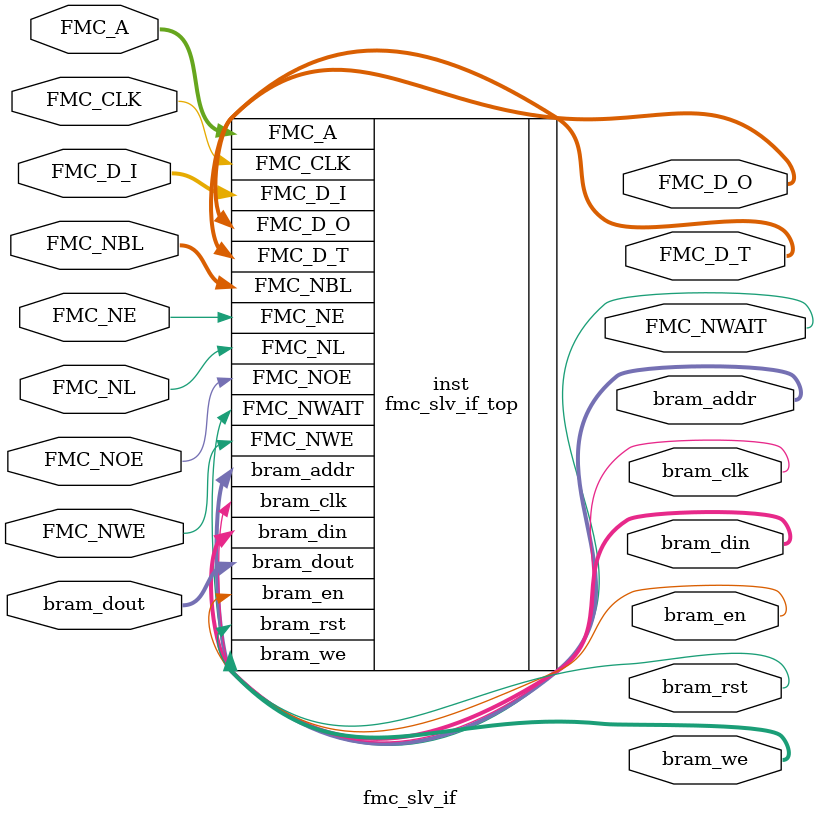
<source format=v>
`timescale 1 ns / 1 ps
`default_nettype none

module fmc_slv_if #(
    parameter C_ADDR_WIDTH = 12,
    parameter C_DATA_WIDTH = 16
) (
    // FMC PSRAM Interface
    //====================
    input  wire                      FMC_CLK   , // Clock
    input  wire [  C_ADDR_WIDTH-1:0] FMC_A     , // Address bus
    input  wire [  C_DATA_WIDTH-1:0] FMC_D_I   , // Write/read data bus
    output wire [  C_DATA_WIDTH-1:0] FMC_D_O   ,
    output wire [  C_DATA_WIDTH-1:0] FMC_D_T   ,
    input  wire [C_DATA_WIDTH/8-1:0] FMC_NBL   , // Write byte enable
    input  wire                      FMC_NE    , // Chip enable
    input  wire                      FMC_NL    , // Address valid
    input  wire                      FMC_NOE   , // Output enable (read enable)
    input  wire                      FMC_NWE   , // Write enable
    output wire                      FMC_NWAIT ,
    // BRAM interface
    //===============
    output wire                      bram_clk  ,
    output wire                      bram_rst  ,
    //
    output wire [  C_ADDR_WIDTH-1:0] bram_addr ,
    output wire                      bram_en   ,
    output wire [  C_DATA_WIDTH-1:0] bram_din  ,
    output wire [C_DATA_WIDTH/8-1:0] bram_we   ,
    input  wire [  C_DATA_WIDTH-1:0] bram_dout
);

    fmc_slv_if_top inst (
        .FMC_CLK  (FMC_CLK  ),
        .FMC_A    (FMC_A    ),
        .FMC_D_I  (FMC_D_I  ),
        .FMC_D_O  (FMC_D_O  ),
        .FMC_D_T  (FMC_D_T  ),
        .FMC_NBL  (FMC_NBL  ),
        .FMC_NE   (FMC_NE   ),
        .FMC_NL   (FMC_NL   ),
        .FMC_NOE  (FMC_NOE  ),
        .FMC_NWE  (FMC_NWE  ),
        .FMC_NWAIT(FMC_NWAIT),
        //
        .bram_clk (bram_clk ),
        .bram_rst (bram_rst ),
        .bram_addr(bram_addr),
        .bram_en  (bram_en  ),
        .bram_din (bram_din ),
        .bram_we  (bram_we  ),
        .bram_dout(bram_dout)
    );

endmodule

</source>
